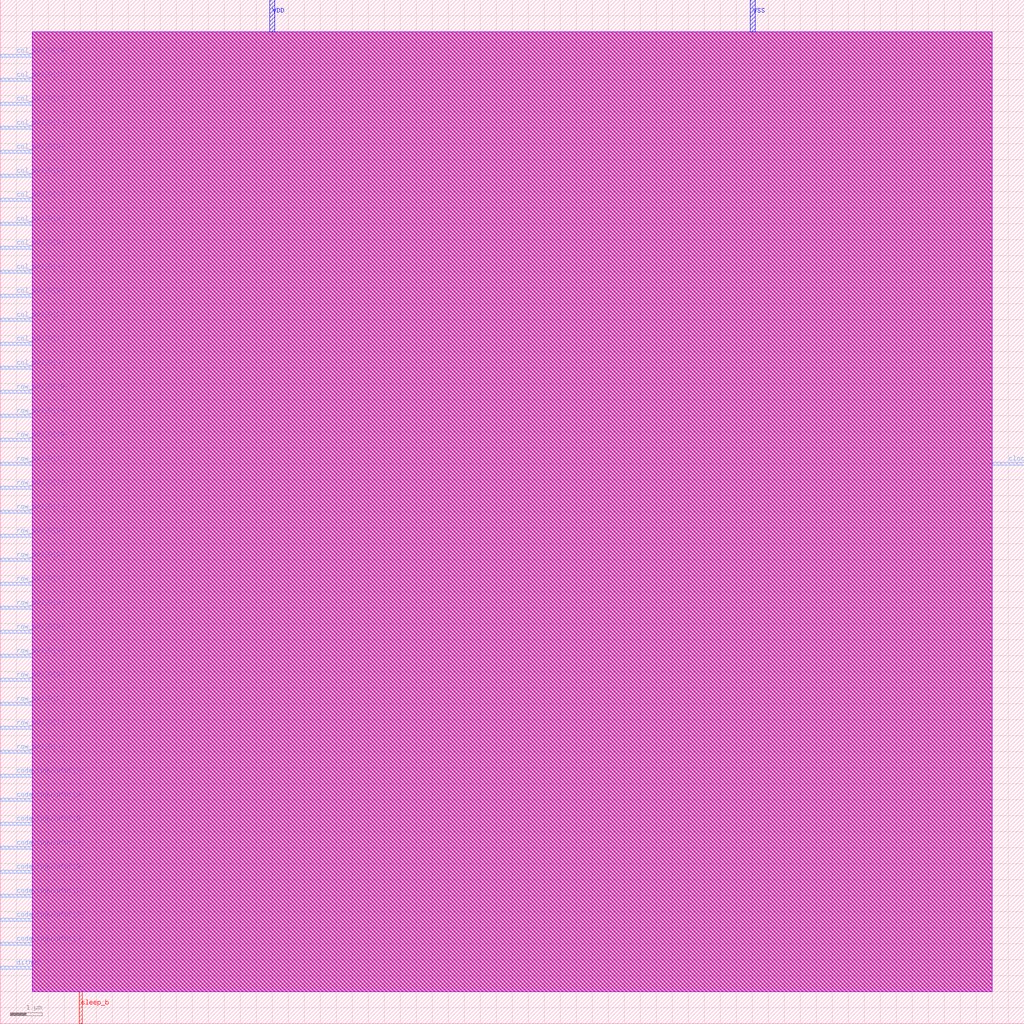
<source format=lef>
VERSION 5.6 ;
BUSBITCHARS "[]" ;
DIVIDERCHAR "/" ;

MACRO dco-layout
  CLASS CORE ;
  ORIGIN 0 0 ;
  FOREIGN dco-layout 0 0 ;
  SIZE 32 BY 32 ;
  SYMMETRY X Y ;
  SITE CoreSite ;
  PIN VDD
    DIRECTION INOUT ;
    USE POWER ;
    PORT
      LAYER M9 ;
        RECT 8.42 31 8.58 32 ;
    END
  END VDD
  PIN VSS
    DIRECTION INOUT ;
    USE GROUND ;
    PORT
      LAYER M9 ;
        RECT 23.432 31 23.592 32 ;
    END
  END VSS
  PIN col_sel_b[13]
    DIRECTION INPUT ;
    USE SIGNAL ;
    PORT
      LAYER M4 ;
        RECT 0 30.202 1.00 30.298 ;
    END
  END col_sel_b[13]
  PIN col_sel_b[11]
    DIRECTION INPUT ;
    USE SIGNAL ;
    PORT
      LAYER M4 ;
        RECT 0 28.702 1.00 28.798 ;
    END
  END col_sel_b[11]
  PIN col_sel_b[5]
    DIRECTION INPUT ;
    USE SIGNAL ;
    PORT
      LAYER M4 ;
        RECT 0 24.202 1.00 24.298 ;
    END
  END col_sel_b[5]
  PIN col_sel_b[12]
    DIRECTION INPUT ;
    USE SIGNAL ;
    PORT
      LAYER M4 ;
        RECT 0 29.452 1.00 29.548 ;
    END
  END col_sel_b[12]
  PIN col_sel_b[10]
    DIRECTION INPUT ;
    USE SIGNAL ;
    PORT
      LAYER M4 ;
        RECT 0 27.952 1.00 28.048 ;
    END
  END col_sel_b[10]
  PIN col_sel_b[9]
    DIRECTION INPUT ;
    USE SIGNAL ;
    PORT
      LAYER M4 ;
        RECT 0 27.202 1.00 27.298 ;
    END
  END col_sel_b[9]
  PIN col_sel_b[8]
    DIRECTION INPUT ;
    USE SIGNAL ;
    PORT
      LAYER M4 ;
        RECT 0 26.452 1.00 26.548 ;
    END
  END col_sel_b[8]
  PIN col_sel_b[7]
    DIRECTION INPUT ;
    USE SIGNAL ;
    PORT
      LAYER M4 ;
        RECT 0 25.702 1.00 25.798 ;
    END
  END col_sel_b[7]
  PIN col_sel_b[6]
    DIRECTION INPUT ;
    USE SIGNAL ;
    PORT
      LAYER M4 ;
        RECT 0 24.952 1.00 25.048 ;
    END
  END col_sel_b[6]
  PIN col_sel_b[4]
    DIRECTION INPUT ;
    USE SIGNAL ;
    PORT
      LAYER M4 ;
        RECT 0 23.452 1.00 23.548 ;
    END
  END col_sel_b[4]
  PIN col_sel_b[3]
    DIRECTION INPUT ;
    USE SIGNAL ;
    PORT
      LAYER M4 ;
        RECT 0 22.702 1.00 22.798 ;
    END
  END col_sel_b[3]
  PIN col_sel_b[2]
    DIRECTION INPUT ;
    USE SIGNAL ;
    PORT
      LAYER M4 ;
        RECT 0 21.952 1.00 22.048 ;
    END
  END col_sel_b[2]
  PIN col_sel_b[1]
    DIRECTION INPUT ;
    USE SIGNAL ;
    PORT
      LAYER M4 ;
        RECT 0 21.202 1.00 21.298 ;
    END
  END col_sel_b[1]
  PIN col_sel_b[0]
    DIRECTION INPUT ;
    USE SIGNAL ;
    PORT
      LAYER M4 ;
        RECT 0 20.452 1.00 20.548 ;
    END
  END col_sel_b[0]
  PIN row_sel_b[14]
    DIRECTION INPUT ;
    USE SIGNAL ;
    PORT
      LAYER M4 ;
        RECT 0 18.952 1.00 19.048 ;
    END
  END row_sel_b[14]
  PIN row_sel_b[13]
    DIRECTION INPUT ;
    USE SIGNAL ;
    PORT
      LAYER M4 ;
        RECT 0 18.202 1.00 18.298 ;
    END
  END row_sel_b[13]
  PIN row_sel_b[12]
    DIRECTION INPUT ;
    USE SIGNAL ;
    PORT
      LAYER M4 ;
        RECT 0 17.452 1.00 17.548 ;
    END
  END row_sel_b[12]
  PIN row_sel_b[11]
    DIRECTION INPUT ;
    USE SIGNAL ;
    PORT
      LAYER M4 ;
        RECT 0 16.702 1.00 16.798 ;
    END
  END row_sel_b[11]
  PIN row_sel_b[10]
    DIRECTION INPUT ;
    USE SIGNAL ;
    PORT
      LAYER M4 ;
        RECT 0 15.952 1.00 16.048 ;
    END
  END row_sel_b[10]
  PIN row_sel_b[9]
    DIRECTION INPUT ;
    USE SIGNAL ;
    PORT
      LAYER M4 ;
        RECT 0 15.202 1.00 15.298 ;
    END
  END row_sel_b[9]
  PIN row_sel_b[8]
    DIRECTION INPUT ;
    USE SIGNAL ;
    PORT
      LAYER M4 ;
        RECT 0 14.452 1.00 14.548 ;
    END
  END row_sel_b[8]
  PIN row_sel_b[7]
    DIRECTION INPUT ;
    USE SIGNAL ;
    PORT
      LAYER M4 ;
        RECT 0 13.702 1.00 13.798 ;
    END
  END row_sel_b[7]
  PIN row_sel_b[6]
    DIRECTION INPUT ;
    USE SIGNAL ;
    PORT
      LAYER M4 ;
        RECT 0 12.952 1.00 13.048 ;
    END
  END row_sel_b[6]
  PIN row_sel_b[5]
    DIRECTION INPUT ;
    USE SIGNAL ;
    PORT
      LAYER M4 ;
        RECT 0 12.202 1.00 12.298 ;
    END
  END row_sel_b[5]
  PIN row_sel_b[4]
    DIRECTION INPUT ;
    USE SIGNAL ;
    PORT
      LAYER M4 ;
        RECT 0 11.452 1.00 11.548 ;
    END
  END row_sel_b[4]
  PIN row_sel_b[3]
    DIRECTION INPUT ;
    USE SIGNAL ;
    PORT
      LAYER M4 ;
        RECT 0 10.702 1.00 10.798 ;
    END
  END row_sel_b[3]
  PIN row_sel_b[2]
    DIRECTION INPUT ;
    USE SIGNAL ;
    PORT
      LAYER M4 ;
        RECT 0 9.952 1.00 10.048 ;
    END
  END row_sel_b[2]
  PIN row_sel_b[1]
    DIRECTION INPUT ;
    USE SIGNAL ;
    PORT
      LAYER M4 ;
        RECT 0 9.202 1.00 9.298 ;
    END
  END row_sel_b[1]
  PIN row_sel_b[0]
    DIRECTION INPUT ;
    USE SIGNAL ;
    PORT
      LAYER M4 ;
        RECT 0 8.452 1.00 8.548 ;
    END
  END row_sel_b[0]
  PIN code_regulator[7]
    DIRECTION INPUT ;
    USE SIGNAL ;
    PORT
      LAYER M4 ;
        RECT 0 7.702 1.00 7.798 ;
    END
  END code_regulator[7]
  PIN code_regulator[6]
    DIRECTION INPUT ;
    USE SIGNAL ;
    PORT
      LAYER M4 ;
        RECT 0 6.952 1.00 7.048 ;
    END
  END code_regulator[6]
  PIN code_regulator[5]
    DIRECTION INPUT ;
    USE SIGNAL ;
    PORT
      LAYER M4 ;
        RECT 0 6.202 1.00 6.298 ;
    END
  END code_regulator[5]
  PIN code_regulator[4]
    DIRECTION INPUT ;
    USE SIGNAL ;
    PORT
      LAYER M4 ;
        RECT 0 5.452 1.00 5.548 ;
    END
  END code_regulator[4]
  PIN code_regulator[3]
    DIRECTION INPUT ;
    USE SIGNAL ;
    PORT
      LAYER M4 ;
        RECT 0 4.702 1.00 4.798 ;
    END
  END code_regulator[3]
  PIN code_regulator[2]
    DIRECTION INPUT ;
    USE SIGNAL ;
    PORT
      LAYER M4 ;
        RECT 0 3.952 1.00 4.048 ;
    END
  END code_regulator[2]
  PIN code_regulator[1]
    DIRECTION INPUT ;
    USE SIGNAL ;
    PORT
      LAYER M4 ;
        RECT 0 3.202 1.00 3.298 ;
    END
  END code_regulator[1]
  PIN code_regulator[0]
    DIRECTION INPUT ;
    USE SIGNAL ;
    PORT
      LAYER M4 ;
        RECT 0 2.452 1.00 2.548 ;
    END
  END code_regulator[0]
  PIN row_sel_b[15]
    DIRECTION INPUT ;
    USE SIGNAL ;
    PORT
      LAYER M4 ;
        RECT 0.002 19.702 1.002 19.798 ;
    END
  END row_sel_b[15]
  PIN dither
    DIRECTION INPUT ;
    USE SIGNAL ;
    PORT
      LAYER M4 ;
        RECT 0 1.702 1.00 1.798 ;
    END
  END dither
  PIN sleep_b
    DIRECTION INPUT ;
    USE SIGNAL ;
    PORT
      LAYER M5 ;
        RECT 2.466 0 2.562 1 ;
    END
  END sleep_b
  PIN clock
    DIRECTION OUTPUT ;
    USE SIGNAL ;
    PORT
      LAYER M4 ;
        RECT 31 17.452 32 17.548 ;
    END
  END clock
  OBS
    LAYER M1 ;
      RECT 1 1 31 31 ;
    LAYER M2 ;
      RECT 1 1 31 31 ;
    LAYER M3 ;
      RECT 1 1 31 31 ;
    LAYER M4 ;
      RECT 1 1 31 31 ;
    LAYER M5 ;
      RECT 1 1 31 31 ;
    LAYER M6 ;
      RECT 1 1 31 31 ;
    LAYER M7 ;
      RECT 1 1 31 31 ;
    LAYER M8 ;
      RECT 1 1 31 31 ;
  END
END dco-layout

END LIBRARY

</source>
